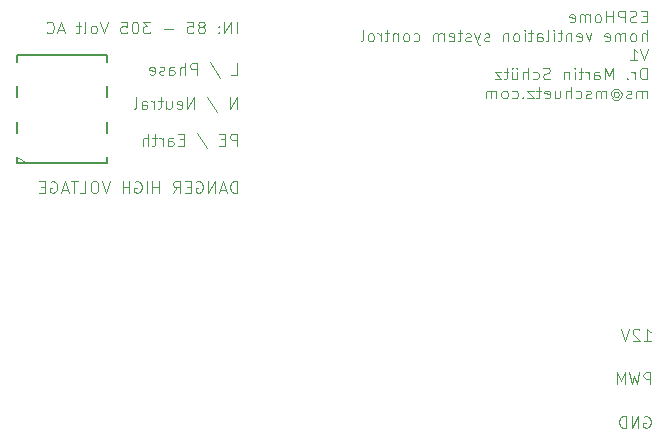
<source format=gbr>
%TF.GenerationSoftware,KiCad,Pcbnew,8.0.6*%
%TF.CreationDate,2025-02-11T20:42:12+01:00*%
%TF.ProjectId,KWLcontrol,4b574c63-6f6e-4747-926f-6c2e6b696361,rev?*%
%TF.SameCoordinates,Original*%
%TF.FileFunction,Legend,Bot*%
%TF.FilePolarity,Positive*%
%FSLAX46Y46*%
G04 Gerber Fmt 4.6, Leading zero omitted, Abs format (unit mm)*
G04 Created by KiCad (PCBNEW 8.0.6) date 2025-02-11 20:42:12*
%MOMM*%
%LPD*%
G01*
G04 APERTURE LIST*
%ADD10C,0.100000*%
%ADD11C,0.152400*%
G04 APERTURE END LIST*
D10*
X131896115Y-124472419D02*
X131896115Y-123472419D01*
X131896115Y-123472419D02*
X131658020Y-123472419D01*
X131658020Y-123472419D02*
X131515163Y-123520038D01*
X131515163Y-123520038D02*
X131419925Y-123615276D01*
X131419925Y-123615276D02*
X131372306Y-123710514D01*
X131372306Y-123710514D02*
X131324687Y-123900990D01*
X131324687Y-123900990D02*
X131324687Y-124043847D01*
X131324687Y-124043847D02*
X131372306Y-124234323D01*
X131372306Y-124234323D02*
X131419925Y-124329561D01*
X131419925Y-124329561D02*
X131515163Y-124424800D01*
X131515163Y-124424800D02*
X131658020Y-124472419D01*
X131658020Y-124472419D02*
X131896115Y-124472419D01*
X130943734Y-124186704D02*
X130467544Y-124186704D01*
X131038972Y-124472419D02*
X130705639Y-123472419D01*
X130705639Y-123472419D02*
X130372306Y-124472419D01*
X130038972Y-124472419D02*
X130038972Y-123472419D01*
X130038972Y-123472419D02*
X129467544Y-124472419D01*
X129467544Y-124472419D02*
X129467544Y-123472419D01*
X128467544Y-123520038D02*
X128562782Y-123472419D01*
X128562782Y-123472419D02*
X128705639Y-123472419D01*
X128705639Y-123472419D02*
X128848496Y-123520038D01*
X128848496Y-123520038D02*
X128943734Y-123615276D01*
X128943734Y-123615276D02*
X128991353Y-123710514D01*
X128991353Y-123710514D02*
X129038972Y-123900990D01*
X129038972Y-123900990D02*
X129038972Y-124043847D01*
X129038972Y-124043847D02*
X128991353Y-124234323D01*
X128991353Y-124234323D02*
X128943734Y-124329561D01*
X128943734Y-124329561D02*
X128848496Y-124424800D01*
X128848496Y-124424800D02*
X128705639Y-124472419D01*
X128705639Y-124472419D02*
X128610401Y-124472419D01*
X128610401Y-124472419D02*
X128467544Y-124424800D01*
X128467544Y-124424800D02*
X128419925Y-124377180D01*
X128419925Y-124377180D02*
X128419925Y-124043847D01*
X128419925Y-124043847D02*
X128610401Y-124043847D01*
X127991353Y-123948609D02*
X127658020Y-123948609D01*
X127515163Y-124472419D02*
X127991353Y-124472419D01*
X127991353Y-124472419D02*
X127991353Y-123472419D01*
X127991353Y-123472419D02*
X127515163Y-123472419D01*
X126515163Y-124472419D02*
X126848496Y-123996228D01*
X127086591Y-124472419D02*
X127086591Y-123472419D01*
X127086591Y-123472419D02*
X126705639Y-123472419D01*
X126705639Y-123472419D02*
X126610401Y-123520038D01*
X126610401Y-123520038D02*
X126562782Y-123567657D01*
X126562782Y-123567657D02*
X126515163Y-123662895D01*
X126515163Y-123662895D02*
X126515163Y-123805752D01*
X126515163Y-123805752D02*
X126562782Y-123900990D01*
X126562782Y-123900990D02*
X126610401Y-123948609D01*
X126610401Y-123948609D02*
X126705639Y-123996228D01*
X126705639Y-123996228D02*
X127086591Y-123996228D01*
X125324686Y-124472419D02*
X125324686Y-123472419D01*
X125324686Y-123948609D02*
X124753258Y-123948609D01*
X124753258Y-124472419D02*
X124753258Y-123472419D01*
X124277067Y-124472419D02*
X124277067Y-123472419D01*
X123277068Y-123520038D02*
X123372306Y-123472419D01*
X123372306Y-123472419D02*
X123515163Y-123472419D01*
X123515163Y-123472419D02*
X123658020Y-123520038D01*
X123658020Y-123520038D02*
X123753258Y-123615276D01*
X123753258Y-123615276D02*
X123800877Y-123710514D01*
X123800877Y-123710514D02*
X123848496Y-123900990D01*
X123848496Y-123900990D02*
X123848496Y-124043847D01*
X123848496Y-124043847D02*
X123800877Y-124234323D01*
X123800877Y-124234323D02*
X123753258Y-124329561D01*
X123753258Y-124329561D02*
X123658020Y-124424800D01*
X123658020Y-124424800D02*
X123515163Y-124472419D01*
X123515163Y-124472419D02*
X123419925Y-124472419D01*
X123419925Y-124472419D02*
X123277068Y-124424800D01*
X123277068Y-124424800D02*
X123229449Y-124377180D01*
X123229449Y-124377180D02*
X123229449Y-124043847D01*
X123229449Y-124043847D02*
X123419925Y-124043847D01*
X122800877Y-124472419D02*
X122800877Y-123472419D01*
X122800877Y-123948609D02*
X122229449Y-123948609D01*
X122229449Y-124472419D02*
X122229449Y-123472419D01*
X121134210Y-123472419D02*
X120800877Y-124472419D01*
X120800877Y-124472419D02*
X120467544Y-123472419D01*
X119943734Y-123472419D02*
X119753258Y-123472419D01*
X119753258Y-123472419D02*
X119658020Y-123520038D01*
X119658020Y-123520038D02*
X119562782Y-123615276D01*
X119562782Y-123615276D02*
X119515163Y-123805752D01*
X119515163Y-123805752D02*
X119515163Y-124139085D01*
X119515163Y-124139085D02*
X119562782Y-124329561D01*
X119562782Y-124329561D02*
X119658020Y-124424800D01*
X119658020Y-124424800D02*
X119753258Y-124472419D01*
X119753258Y-124472419D02*
X119943734Y-124472419D01*
X119943734Y-124472419D02*
X120038972Y-124424800D01*
X120038972Y-124424800D02*
X120134210Y-124329561D01*
X120134210Y-124329561D02*
X120181829Y-124139085D01*
X120181829Y-124139085D02*
X120181829Y-123805752D01*
X120181829Y-123805752D02*
X120134210Y-123615276D01*
X120134210Y-123615276D02*
X120038972Y-123520038D01*
X120038972Y-123520038D02*
X119943734Y-123472419D01*
X118610401Y-124472419D02*
X119086591Y-124472419D01*
X119086591Y-124472419D02*
X119086591Y-123472419D01*
X118419924Y-123472419D02*
X117848496Y-123472419D01*
X118134210Y-124472419D02*
X118134210Y-123472419D01*
X117562781Y-124186704D02*
X117086591Y-124186704D01*
X117658019Y-124472419D02*
X117324686Y-123472419D01*
X117324686Y-123472419D02*
X116991353Y-124472419D01*
X116134210Y-123520038D02*
X116229448Y-123472419D01*
X116229448Y-123472419D02*
X116372305Y-123472419D01*
X116372305Y-123472419D02*
X116515162Y-123520038D01*
X116515162Y-123520038D02*
X116610400Y-123615276D01*
X116610400Y-123615276D02*
X116658019Y-123710514D01*
X116658019Y-123710514D02*
X116705638Y-123900990D01*
X116705638Y-123900990D02*
X116705638Y-124043847D01*
X116705638Y-124043847D02*
X116658019Y-124234323D01*
X116658019Y-124234323D02*
X116610400Y-124329561D01*
X116610400Y-124329561D02*
X116515162Y-124424800D01*
X116515162Y-124424800D02*
X116372305Y-124472419D01*
X116372305Y-124472419D02*
X116277067Y-124472419D01*
X116277067Y-124472419D02*
X116134210Y-124424800D01*
X116134210Y-124424800D02*
X116086591Y-124377180D01*
X116086591Y-124377180D02*
X116086591Y-124043847D01*
X116086591Y-124043847D02*
X116277067Y-124043847D01*
X115658019Y-123948609D02*
X115324686Y-123948609D01*
X115181829Y-124472419D02*
X115658019Y-124472419D01*
X115658019Y-124472419D02*
X115658019Y-123472419D01*
X115658019Y-123472419D02*
X115181829Y-123472419D01*
X166596115Y-109508833D02*
X166262782Y-109508833D01*
X166119925Y-110032643D02*
X166596115Y-110032643D01*
X166596115Y-110032643D02*
X166596115Y-109032643D01*
X166596115Y-109032643D02*
X166119925Y-109032643D01*
X165738972Y-109985024D02*
X165596115Y-110032643D01*
X165596115Y-110032643D02*
X165358020Y-110032643D01*
X165358020Y-110032643D02*
X165262782Y-109985024D01*
X165262782Y-109985024D02*
X165215163Y-109937404D01*
X165215163Y-109937404D02*
X165167544Y-109842166D01*
X165167544Y-109842166D02*
X165167544Y-109746928D01*
X165167544Y-109746928D02*
X165215163Y-109651690D01*
X165215163Y-109651690D02*
X165262782Y-109604071D01*
X165262782Y-109604071D02*
X165358020Y-109556452D01*
X165358020Y-109556452D02*
X165548496Y-109508833D01*
X165548496Y-109508833D02*
X165643734Y-109461214D01*
X165643734Y-109461214D02*
X165691353Y-109413595D01*
X165691353Y-109413595D02*
X165738972Y-109318357D01*
X165738972Y-109318357D02*
X165738972Y-109223119D01*
X165738972Y-109223119D02*
X165691353Y-109127881D01*
X165691353Y-109127881D02*
X165643734Y-109080262D01*
X165643734Y-109080262D02*
X165548496Y-109032643D01*
X165548496Y-109032643D02*
X165310401Y-109032643D01*
X165310401Y-109032643D02*
X165167544Y-109080262D01*
X164738972Y-110032643D02*
X164738972Y-109032643D01*
X164738972Y-109032643D02*
X164358020Y-109032643D01*
X164358020Y-109032643D02*
X164262782Y-109080262D01*
X164262782Y-109080262D02*
X164215163Y-109127881D01*
X164215163Y-109127881D02*
X164167544Y-109223119D01*
X164167544Y-109223119D02*
X164167544Y-109365976D01*
X164167544Y-109365976D02*
X164215163Y-109461214D01*
X164215163Y-109461214D02*
X164262782Y-109508833D01*
X164262782Y-109508833D02*
X164358020Y-109556452D01*
X164358020Y-109556452D02*
X164738972Y-109556452D01*
X163738972Y-110032643D02*
X163738972Y-109032643D01*
X163738972Y-109508833D02*
X163167544Y-109508833D01*
X163167544Y-110032643D02*
X163167544Y-109032643D01*
X162548496Y-110032643D02*
X162643734Y-109985024D01*
X162643734Y-109985024D02*
X162691353Y-109937404D01*
X162691353Y-109937404D02*
X162738972Y-109842166D01*
X162738972Y-109842166D02*
X162738972Y-109556452D01*
X162738972Y-109556452D02*
X162691353Y-109461214D01*
X162691353Y-109461214D02*
X162643734Y-109413595D01*
X162643734Y-109413595D02*
X162548496Y-109365976D01*
X162548496Y-109365976D02*
X162405639Y-109365976D01*
X162405639Y-109365976D02*
X162310401Y-109413595D01*
X162310401Y-109413595D02*
X162262782Y-109461214D01*
X162262782Y-109461214D02*
X162215163Y-109556452D01*
X162215163Y-109556452D02*
X162215163Y-109842166D01*
X162215163Y-109842166D02*
X162262782Y-109937404D01*
X162262782Y-109937404D02*
X162310401Y-109985024D01*
X162310401Y-109985024D02*
X162405639Y-110032643D01*
X162405639Y-110032643D02*
X162548496Y-110032643D01*
X161786591Y-110032643D02*
X161786591Y-109365976D01*
X161786591Y-109461214D02*
X161738972Y-109413595D01*
X161738972Y-109413595D02*
X161643734Y-109365976D01*
X161643734Y-109365976D02*
X161500877Y-109365976D01*
X161500877Y-109365976D02*
X161405639Y-109413595D01*
X161405639Y-109413595D02*
X161358020Y-109508833D01*
X161358020Y-109508833D02*
X161358020Y-110032643D01*
X161358020Y-109508833D02*
X161310401Y-109413595D01*
X161310401Y-109413595D02*
X161215163Y-109365976D01*
X161215163Y-109365976D02*
X161072306Y-109365976D01*
X161072306Y-109365976D02*
X160977067Y-109413595D01*
X160977067Y-109413595D02*
X160929448Y-109508833D01*
X160929448Y-109508833D02*
X160929448Y-110032643D01*
X160072306Y-109985024D02*
X160167544Y-110032643D01*
X160167544Y-110032643D02*
X160358020Y-110032643D01*
X160358020Y-110032643D02*
X160453258Y-109985024D01*
X160453258Y-109985024D02*
X160500877Y-109889785D01*
X160500877Y-109889785D02*
X160500877Y-109508833D01*
X160500877Y-109508833D02*
X160453258Y-109413595D01*
X160453258Y-109413595D02*
X160358020Y-109365976D01*
X160358020Y-109365976D02*
X160167544Y-109365976D01*
X160167544Y-109365976D02*
X160072306Y-109413595D01*
X160072306Y-109413595D02*
X160024687Y-109508833D01*
X160024687Y-109508833D02*
X160024687Y-109604071D01*
X160024687Y-109604071D02*
X160500877Y-109699309D01*
X166596115Y-111642587D02*
X166596115Y-110642587D01*
X166167544Y-111642587D02*
X166167544Y-111118777D01*
X166167544Y-111118777D02*
X166215163Y-111023539D01*
X166215163Y-111023539D02*
X166310401Y-110975920D01*
X166310401Y-110975920D02*
X166453258Y-110975920D01*
X166453258Y-110975920D02*
X166548496Y-111023539D01*
X166548496Y-111023539D02*
X166596115Y-111071158D01*
X165548496Y-111642587D02*
X165643734Y-111594968D01*
X165643734Y-111594968D02*
X165691353Y-111547348D01*
X165691353Y-111547348D02*
X165738972Y-111452110D01*
X165738972Y-111452110D02*
X165738972Y-111166396D01*
X165738972Y-111166396D02*
X165691353Y-111071158D01*
X165691353Y-111071158D02*
X165643734Y-111023539D01*
X165643734Y-111023539D02*
X165548496Y-110975920D01*
X165548496Y-110975920D02*
X165405639Y-110975920D01*
X165405639Y-110975920D02*
X165310401Y-111023539D01*
X165310401Y-111023539D02*
X165262782Y-111071158D01*
X165262782Y-111071158D02*
X165215163Y-111166396D01*
X165215163Y-111166396D02*
X165215163Y-111452110D01*
X165215163Y-111452110D02*
X165262782Y-111547348D01*
X165262782Y-111547348D02*
X165310401Y-111594968D01*
X165310401Y-111594968D02*
X165405639Y-111642587D01*
X165405639Y-111642587D02*
X165548496Y-111642587D01*
X164786591Y-111642587D02*
X164786591Y-110975920D01*
X164786591Y-111071158D02*
X164738972Y-111023539D01*
X164738972Y-111023539D02*
X164643734Y-110975920D01*
X164643734Y-110975920D02*
X164500877Y-110975920D01*
X164500877Y-110975920D02*
X164405639Y-111023539D01*
X164405639Y-111023539D02*
X164358020Y-111118777D01*
X164358020Y-111118777D02*
X164358020Y-111642587D01*
X164358020Y-111118777D02*
X164310401Y-111023539D01*
X164310401Y-111023539D02*
X164215163Y-110975920D01*
X164215163Y-110975920D02*
X164072306Y-110975920D01*
X164072306Y-110975920D02*
X163977067Y-111023539D01*
X163977067Y-111023539D02*
X163929448Y-111118777D01*
X163929448Y-111118777D02*
X163929448Y-111642587D01*
X163072306Y-111594968D02*
X163167544Y-111642587D01*
X163167544Y-111642587D02*
X163358020Y-111642587D01*
X163358020Y-111642587D02*
X163453258Y-111594968D01*
X163453258Y-111594968D02*
X163500877Y-111499729D01*
X163500877Y-111499729D02*
X163500877Y-111118777D01*
X163500877Y-111118777D02*
X163453258Y-111023539D01*
X163453258Y-111023539D02*
X163358020Y-110975920D01*
X163358020Y-110975920D02*
X163167544Y-110975920D01*
X163167544Y-110975920D02*
X163072306Y-111023539D01*
X163072306Y-111023539D02*
X163024687Y-111118777D01*
X163024687Y-111118777D02*
X163024687Y-111214015D01*
X163024687Y-111214015D02*
X163500877Y-111309253D01*
X161929448Y-110975920D02*
X161691353Y-111642587D01*
X161691353Y-111642587D02*
X161453258Y-110975920D01*
X160691353Y-111594968D02*
X160786591Y-111642587D01*
X160786591Y-111642587D02*
X160977067Y-111642587D01*
X160977067Y-111642587D02*
X161072305Y-111594968D01*
X161072305Y-111594968D02*
X161119924Y-111499729D01*
X161119924Y-111499729D02*
X161119924Y-111118777D01*
X161119924Y-111118777D02*
X161072305Y-111023539D01*
X161072305Y-111023539D02*
X160977067Y-110975920D01*
X160977067Y-110975920D02*
X160786591Y-110975920D01*
X160786591Y-110975920D02*
X160691353Y-111023539D01*
X160691353Y-111023539D02*
X160643734Y-111118777D01*
X160643734Y-111118777D02*
X160643734Y-111214015D01*
X160643734Y-111214015D02*
X161119924Y-111309253D01*
X160215162Y-110975920D02*
X160215162Y-111642587D01*
X160215162Y-111071158D02*
X160167543Y-111023539D01*
X160167543Y-111023539D02*
X160072305Y-110975920D01*
X160072305Y-110975920D02*
X159929448Y-110975920D01*
X159929448Y-110975920D02*
X159834210Y-111023539D01*
X159834210Y-111023539D02*
X159786591Y-111118777D01*
X159786591Y-111118777D02*
X159786591Y-111642587D01*
X159453257Y-110975920D02*
X159072305Y-110975920D01*
X159310400Y-110642587D02*
X159310400Y-111499729D01*
X159310400Y-111499729D02*
X159262781Y-111594968D01*
X159262781Y-111594968D02*
X159167543Y-111642587D01*
X159167543Y-111642587D02*
X159072305Y-111642587D01*
X158738971Y-111642587D02*
X158738971Y-110975920D01*
X158738971Y-110642587D02*
X158786590Y-110690206D01*
X158786590Y-110690206D02*
X158738971Y-110737825D01*
X158738971Y-110737825D02*
X158691352Y-110690206D01*
X158691352Y-110690206D02*
X158738971Y-110642587D01*
X158738971Y-110642587D02*
X158738971Y-110737825D01*
X158119924Y-111642587D02*
X158215162Y-111594968D01*
X158215162Y-111594968D02*
X158262781Y-111499729D01*
X158262781Y-111499729D02*
X158262781Y-110642587D01*
X157310400Y-111642587D02*
X157310400Y-111118777D01*
X157310400Y-111118777D02*
X157358019Y-111023539D01*
X157358019Y-111023539D02*
X157453257Y-110975920D01*
X157453257Y-110975920D02*
X157643733Y-110975920D01*
X157643733Y-110975920D02*
X157738971Y-111023539D01*
X157310400Y-111594968D02*
X157405638Y-111642587D01*
X157405638Y-111642587D02*
X157643733Y-111642587D01*
X157643733Y-111642587D02*
X157738971Y-111594968D01*
X157738971Y-111594968D02*
X157786590Y-111499729D01*
X157786590Y-111499729D02*
X157786590Y-111404491D01*
X157786590Y-111404491D02*
X157738971Y-111309253D01*
X157738971Y-111309253D02*
X157643733Y-111261634D01*
X157643733Y-111261634D02*
X157405638Y-111261634D01*
X157405638Y-111261634D02*
X157310400Y-111214015D01*
X156977066Y-110975920D02*
X156596114Y-110975920D01*
X156834209Y-110642587D02*
X156834209Y-111499729D01*
X156834209Y-111499729D02*
X156786590Y-111594968D01*
X156786590Y-111594968D02*
X156691352Y-111642587D01*
X156691352Y-111642587D02*
X156596114Y-111642587D01*
X156262780Y-111642587D02*
X156262780Y-110975920D01*
X156262780Y-110642587D02*
X156310399Y-110690206D01*
X156310399Y-110690206D02*
X156262780Y-110737825D01*
X156262780Y-110737825D02*
X156215161Y-110690206D01*
X156215161Y-110690206D02*
X156262780Y-110642587D01*
X156262780Y-110642587D02*
X156262780Y-110737825D01*
X155643733Y-111642587D02*
X155738971Y-111594968D01*
X155738971Y-111594968D02*
X155786590Y-111547348D01*
X155786590Y-111547348D02*
X155834209Y-111452110D01*
X155834209Y-111452110D02*
X155834209Y-111166396D01*
X155834209Y-111166396D02*
X155786590Y-111071158D01*
X155786590Y-111071158D02*
X155738971Y-111023539D01*
X155738971Y-111023539D02*
X155643733Y-110975920D01*
X155643733Y-110975920D02*
X155500876Y-110975920D01*
X155500876Y-110975920D02*
X155405638Y-111023539D01*
X155405638Y-111023539D02*
X155358019Y-111071158D01*
X155358019Y-111071158D02*
X155310400Y-111166396D01*
X155310400Y-111166396D02*
X155310400Y-111452110D01*
X155310400Y-111452110D02*
X155358019Y-111547348D01*
X155358019Y-111547348D02*
X155405638Y-111594968D01*
X155405638Y-111594968D02*
X155500876Y-111642587D01*
X155500876Y-111642587D02*
X155643733Y-111642587D01*
X154881828Y-110975920D02*
X154881828Y-111642587D01*
X154881828Y-111071158D02*
X154834209Y-111023539D01*
X154834209Y-111023539D02*
X154738971Y-110975920D01*
X154738971Y-110975920D02*
X154596114Y-110975920D01*
X154596114Y-110975920D02*
X154500876Y-111023539D01*
X154500876Y-111023539D02*
X154453257Y-111118777D01*
X154453257Y-111118777D02*
X154453257Y-111642587D01*
X153262780Y-111594968D02*
X153167542Y-111642587D01*
X153167542Y-111642587D02*
X152977066Y-111642587D01*
X152977066Y-111642587D02*
X152881828Y-111594968D01*
X152881828Y-111594968D02*
X152834209Y-111499729D01*
X152834209Y-111499729D02*
X152834209Y-111452110D01*
X152834209Y-111452110D02*
X152881828Y-111356872D01*
X152881828Y-111356872D02*
X152977066Y-111309253D01*
X152977066Y-111309253D02*
X153119923Y-111309253D01*
X153119923Y-111309253D02*
X153215161Y-111261634D01*
X153215161Y-111261634D02*
X153262780Y-111166396D01*
X153262780Y-111166396D02*
X153262780Y-111118777D01*
X153262780Y-111118777D02*
X153215161Y-111023539D01*
X153215161Y-111023539D02*
X153119923Y-110975920D01*
X153119923Y-110975920D02*
X152977066Y-110975920D01*
X152977066Y-110975920D02*
X152881828Y-111023539D01*
X152500875Y-110975920D02*
X152262780Y-111642587D01*
X152024685Y-110975920D02*
X152262780Y-111642587D01*
X152262780Y-111642587D02*
X152358018Y-111880682D01*
X152358018Y-111880682D02*
X152405637Y-111928301D01*
X152405637Y-111928301D02*
X152500875Y-111975920D01*
X151691351Y-111594968D02*
X151596113Y-111642587D01*
X151596113Y-111642587D02*
X151405637Y-111642587D01*
X151405637Y-111642587D02*
X151310399Y-111594968D01*
X151310399Y-111594968D02*
X151262780Y-111499729D01*
X151262780Y-111499729D02*
X151262780Y-111452110D01*
X151262780Y-111452110D02*
X151310399Y-111356872D01*
X151310399Y-111356872D02*
X151405637Y-111309253D01*
X151405637Y-111309253D02*
X151548494Y-111309253D01*
X151548494Y-111309253D02*
X151643732Y-111261634D01*
X151643732Y-111261634D02*
X151691351Y-111166396D01*
X151691351Y-111166396D02*
X151691351Y-111118777D01*
X151691351Y-111118777D02*
X151643732Y-111023539D01*
X151643732Y-111023539D02*
X151548494Y-110975920D01*
X151548494Y-110975920D02*
X151405637Y-110975920D01*
X151405637Y-110975920D02*
X151310399Y-111023539D01*
X150977065Y-110975920D02*
X150596113Y-110975920D01*
X150834208Y-110642587D02*
X150834208Y-111499729D01*
X150834208Y-111499729D02*
X150786589Y-111594968D01*
X150786589Y-111594968D02*
X150691351Y-111642587D01*
X150691351Y-111642587D02*
X150596113Y-111642587D01*
X149881827Y-111594968D02*
X149977065Y-111642587D01*
X149977065Y-111642587D02*
X150167541Y-111642587D01*
X150167541Y-111642587D02*
X150262779Y-111594968D01*
X150262779Y-111594968D02*
X150310398Y-111499729D01*
X150310398Y-111499729D02*
X150310398Y-111118777D01*
X150310398Y-111118777D02*
X150262779Y-111023539D01*
X150262779Y-111023539D02*
X150167541Y-110975920D01*
X150167541Y-110975920D02*
X149977065Y-110975920D01*
X149977065Y-110975920D02*
X149881827Y-111023539D01*
X149881827Y-111023539D02*
X149834208Y-111118777D01*
X149834208Y-111118777D02*
X149834208Y-111214015D01*
X149834208Y-111214015D02*
X150310398Y-111309253D01*
X149405636Y-111642587D02*
X149405636Y-110975920D01*
X149405636Y-111071158D02*
X149358017Y-111023539D01*
X149358017Y-111023539D02*
X149262779Y-110975920D01*
X149262779Y-110975920D02*
X149119922Y-110975920D01*
X149119922Y-110975920D02*
X149024684Y-111023539D01*
X149024684Y-111023539D02*
X148977065Y-111118777D01*
X148977065Y-111118777D02*
X148977065Y-111642587D01*
X148977065Y-111118777D02*
X148929446Y-111023539D01*
X148929446Y-111023539D02*
X148834208Y-110975920D01*
X148834208Y-110975920D02*
X148691351Y-110975920D01*
X148691351Y-110975920D02*
X148596112Y-111023539D01*
X148596112Y-111023539D02*
X148548493Y-111118777D01*
X148548493Y-111118777D02*
X148548493Y-111642587D01*
X146881827Y-111594968D02*
X146977065Y-111642587D01*
X146977065Y-111642587D02*
X147167541Y-111642587D01*
X147167541Y-111642587D02*
X147262779Y-111594968D01*
X147262779Y-111594968D02*
X147310398Y-111547348D01*
X147310398Y-111547348D02*
X147358017Y-111452110D01*
X147358017Y-111452110D02*
X147358017Y-111166396D01*
X147358017Y-111166396D02*
X147310398Y-111071158D01*
X147310398Y-111071158D02*
X147262779Y-111023539D01*
X147262779Y-111023539D02*
X147167541Y-110975920D01*
X147167541Y-110975920D02*
X146977065Y-110975920D01*
X146977065Y-110975920D02*
X146881827Y-111023539D01*
X146310398Y-111642587D02*
X146405636Y-111594968D01*
X146405636Y-111594968D02*
X146453255Y-111547348D01*
X146453255Y-111547348D02*
X146500874Y-111452110D01*
X146500874Y-111452110D02*
X146500874Y-111166396D01*
X146500874Y-111166396D02*
X146453255Y-111071158D01*
X146453255Y-111071158D02*
X146405636Y-111023539D01*
X146405636Y-111023539D02*
X146310398Y-110975920D01*
X146310398Y-110975920D02*
X146167541Y-110975920D01*
X146167541Y-110975920D02*
X146072303Y-111023539D01*
X146072303Y-111023539D02*
X146024684Y-111071158D01*
X146024684Y-111071158D02*
X145977065Y-111166396D01*
X145977065Y-111166396D02*
X145977065Y-111452110D01*
X145977065Y-111452110D02*
X146024684Y-111547348D01*
X146024684Y-111547348D02*
X146072303Y-111594968D01*
X146072303Y-111594968D02*
X146167541Y-111642587D01*
X146167541Y-111642587D02*
X146310398Y-111642587D01*
X145548493Y-110975920D02*
X145548493Y-111642587D01*
X145548493Y-111071158D02*
X145500874Y-111023539D01*
X145500874Y-111023539D02*
X145405636Y-110975920D01*
X145405636Y-110975920D02*
X145262779Y-110975920D01*
X145262779Y-110975920D02*
X145167541Y-111023539D01*
X145167541Y-111023539D02*
X145119922Y-111118777D01*
X145119922Y-111118777D02*
X145119922Y-111642587D01*
X144786588Y-110975920D02*
X144405636Y-110975920D01*
X144643731Y-110642587D02*
X144643731Y-111499729D01*
X144643731Y-111499729D02*
X144596112Y-111594968D01*
X144596112Y-111594968D02*
X144500874Y-111642587D01*
X144500874Y-111642587D02*
X144405636Y-111642587D01*
X144072302Y-111642587D02*
X144072302Y-110975920D01*
X144072302Y-111166396D02*
X144024683Y-111071158D01*
X144024683Y-111071158D02*
X143977064Y-111023539D01*
X143977064Y-111023539D02*
X143881826Y-110975920D01*
X143881826Y-110975920D02*
X143786588Y-110975920D01*
X143310397Y-111642587D02*
X143405635Y-111594968D01*
X143405635Y-111594968D02*
X143453254Y-111547348D01*
X143453254Y-111547348D02*
X143500873Y-111452110D01*
X143500873Y-111452110D02*
X143500873Y-111166396D01*
X143500873Y-111166396D02*
X143453254Y-111071158D01*
X143453254Y-111071158D02*
X143405635Y-111023539D01*
X143405635Y-111023539D02*
X143310397Y-110975920D01*
X143310397Y-110975920D02*
X143167540Y-110975920D01*
X143167540Y-110975920D02*
X143072302Y-111023539D01*
X143072302Y-111023539D02*
X143024683Y-111071158D01*
X143024683Y-111071158D02*
X142977064Y-111166396D01*
X142977064Y-111166396D02*
X142977064Y-111452110D01*
X142977064Y-111452110D02*
X143024683Y-111547348D01*
X143024683Y-111547348D02*
X143072302Y-111594968D01*
X143072302Y-111594968D02*
X143167540Y-111642587D01*
X143167540Y-111642587D02*
X143310397Y-111642587D01*
X142405635Y-111642587D02*
X142500873Y-111594968D01*
X142500873Y-111594968D02*
X142548492Y-111499729D01*
X142548492Y-111499729D02*
X142548492Y-110642587D01*
X166738972Y-112252531D02*
X166405639Y-113252531D01*
X166405639Y-113252531D02*
X166072306Y-112252531D01*
X165215163Y-113252531D02*
X165786591Y-113252531D01*
X165500877Y-113252531D02*
X165500877Y-112252531D01*
X165500877Y-112252531D02*
X165596115Y-112395388D01*
X165596115Y-112395388D02*
X165691353Y-112490626D01*
X165691353Y-112490626D02*
X165786591Y-112538245D01*
X166596115Y-114862475D02*
X166596115Y-113862475D01*
X166596115Y-113862475D02*
X166358020Y-113862475D01*
X166358020Y-113862475D02*
X166215163Y-113910094D01*
X166215163Y-113910094D02*
X166119925Y-114005332D01*
X166119925Y-114005332D02*
X166072306Y-114100570D01*
X166072306Y-114100570D02*
X166024687Y-114291046D01*
X166024687Y-114291046D02*
X166024687Y-114433903D01*
X166024687Y-114433903D02*
X166072306Y-114624379D01*
X166072306Y-114624379D02*
X166119925Y-114719617D01*
X166119925Y-114719617D02*
X166215163Y-114814856D01*
X166215163Y-114814856D02*
X166358020Y-114862475D01*
X166358020Y-114862475D02*
X166596115Y-114862475D01*
X165596115Y-114862475D02*
X165596115Y-114195808D01*
X165596115Y-114386284D02*
X165548496Y-114291046D01*
X165548496Y-114291046D02*
X165500877Y-114243427D01*
X165500877Y-114243427D02*
X165405639Y-114195808D01*
X165405639Y-114195808D02*
X165310401Y-114195808D01*
X164977067Y-114767236D02*
X164929448Y-114814856D01*
X164929448Y-114814856D02*
X164977067Y-114862475D01*
X164977067Y-114862475D02*
X165024686Y-114814856D01*
X165024686Y-114814856D02*
X164977067Y-114767236D01*
X164977067Y-114767236D02*
X164977067Y-114862475D01*
X163738972Y-114862475D02*
X163738972Y-113862475D01*
X163738972Y-113862475D02*
X163405639Y-114576760D01*
X163405639Y-114576760D02*
X163072306Y-113862475D01*
X163072306Y-113862475D02*
X163072306Y-114862475D01*
X162167544Y-114862475D02*
X162167544Y-114338665D01*
X162167544Y-114338665D02*
X162215163Y-114243427D01*
X162215163Y-114243427D02*
X162310401Y-114195808D01*
X162310401Y-114195808D02*
X162500877Y-114195808D01*
X162500877Y-114195808D02*
X162596115Y-114243427D01*
X162167544Y-114814856D02*
X162262782Y-114862475D01*
X162262782Y-114862475D02*
X162500877Y-114862475D01*
X162500877Y-114862475D02*
X162596115Y-114814856D01*
X162596115Y-114814856D02*
X162643734Y-114719617D01*
X162643734Y-114719617D02*
X162643734Y-114624379D01*
X162643734Y-114624379D02*
X162596115Y-114529141D01*
X162596115Y-114529141D02*
X162500877Y-114481522D01*
X162500877Y-114481522D02*
X162262782Y-114481522D01*
X162262782Y-114481522D02*
X162167544Y-114433903D01*
X161691353Y-114862475D02*
X161691353Y-114195808D01*
X161691353Y-114386284D02*
X161643734Y-114291046D01*
X161643734Y-114291046D02*
X161596115Y-114243427D01*
X161596115Y-114243427D02*
X161500877Y-114195808D01*
X161500877Y-114195808D02*
X161405639Y-114195808D01*
X161215162Y-114195808D02*
X160834210Y-114195808D01*
X161072305Y-113862475D02*
X161072305Y-114719617D01*
X161072305Y-114719617D02*
X161024686Y-114814856D01*
X161024686Y-114814856D02*
X160929448Y-114862475D01*
X160929448Y-114862475D02*
X160834210Y-114862475D01*
X160500876Y-114862475D02*
X160500876Y-114195808D01*
X160500876Y-113862475D02*
X160548495Y-113910094D01*
X160548495Y-113910094D02*
X160500876Y-113957713D01*
X160500876Y-113957713D02*
X160453257Y-113910094D01*
X160453257Y-113910094D02*
X160500876Y-113862475D01*
X160500876Y-113862475D02*
X160500876Y-113957713D01*
X160024686Y-114195808D02*
X160024686Y-114862475D01*
X160024686Y-114291046D02*
X159977067Y-114243427D01*
X159977067Y-114243427D02*
X159881829Y-114195808D01*
X159881829Y-114195808D02*
X159738972Y-114195808D01*
X159738972Y-114195808D02*
X159643734Y-114243427D01*
X159643734Y-114243427D02*
X159596115Y-114338665D01*
X159596115Y-114338665D02*
X159596115Y-114862475D01*
X158405638Y-114814856D02*
X158262781Y-114862475D01*
X158262781Y-114862475D02*
X158024686Y-114862475D01*
X158024686Y-114862475D02*
X157929448Y-114814856D01*
X157929448Y-114814856D02*
X157881829Y-114767236D01*
X157881829Y-114767236D02*
X157834210Y-114671998D01*
X157834210Y-114671998D02*
X157834210Y-114576760D01*
X157834210Y-114576760D02*
X157881829Y-114481522D01*
X157881829Y-114481522D02*
X157929448Y-114433903D01*
X157929448Y-114433903D02*
X158024686Y-114386284D01*
X158024686Y-114386284D02*
X158215162Y-114338665D01*
X158215162Y-114338665D02*
X158310400Y-114291046D01*
X158310400Y-114291046D02*
X158358019Y-114243427D01*
X158358019Y-114243427D02*
X158405638Y-114148189D01*
X158405638Y-114148189D02*
X158405638Y-114052951D01*
X158405638Y-114052951D02*
X158358019Y-113957713D01*
X158358019Y-113957713D02*
X158310400Y-113910094D01*
X158310400Y-113910094D02*
X158215162Y-113862475D01*
X158215162Y-113862475D02*
X157977067Y-113862475D01*
X157977067Y-113862475D02*
X157834210Y-113910094D01*
X156977067Y-114814856D02*
X157072305Y-114862475D01*
X157072305Y-114862475D02*
X157262781Y-114862475D01*
X157262781Y-114862475D02*
X157358019Y-114814856D01*
X157358019Y-114814856D02*
X157405638Y-114767236D01*
X157405638Y-114767236D02*
X157453257Y-114671998D01*
X157453257Y-114671998D02*
X157453257Y-114386284D01*
X157453257Y-114386284D02*
X157405638Y-114291046D01*
X157405638Y-114291046D02*
X157358019Y-114243427D01*
X157358019Y-114243427D02*
X157262781Y-114195808D01*
X157262781Y-114195808D02*
X157072305Y-114195808D01*
X157072305Y-114195808D02*
X156977067Y-114243427D01*
X156548495Y-114862475D02*
X156548495Y-113862475D01*
X156119924Y-114862475D02*
X156119924Y-114338665D01*
X156119924Y-114338665D02*
X156167543Y-114243427D01*
X156167543Y-114243427D02*
X156262781Y-114195808D01*
X156262781Y-114195808D02*
X156405638Y-114195808D01*
X156405638Y-114195808D02*
X156500876Y-114243427D01*
X156500876Y-114243427D02*
X156548495Y-114291046D01*
X155215162Y-114195808D02*
X155215162Y-114862475D01*
X155643733Y-114195808D02*
X155643733Y-114719617D01*
X155643733Y-114719617D02*
X155596114Y-114814856D01*
X155596114Y-114814856D02*
X155500876Y-114862475D01*
X155500876Y-114862475D02*
X155358019Y-114862475D01*
X155358019Y-114862475D02*
X155262781Y-114814856D01*
X155262781Y-114814856D02*
X155215162Y-114767236D01*
X155596114Y-113862475D02*
X155548495Y-113910094D01*
X155548495Y-113910094D02*
X155596114Y-113957713D01*
X155596114Y-113957713D02*
X155643733Y-113910094D01*
X155643733Y-113910094D02*
X155596114Y-113862475D01*
X155596114Y-113862475D02*
X155596114Y-113957713D01*
X155215162Y-113862475D02*
X155167543Y-113910094D01*
X155167543Y-113910094D02*
X155215162Y-113957713D01*
X155215162Y-113957713D02*
X155262781Y-113910094D01*
X155262781Y-113910094D02*
X155215162Y-113862475D01*
X155215162Y-113862475D02*
X155215162Y-113957713D01*
X154881828Y-114195808D02*
X154500876Y-114195808D01*
X154738971Y-113862475D02*
X154738971Y-114719617D01*
X154738971Y-114719617D02*
X154691352Y-114814856D01*
X154691352Y-114814856D02*
X154596114Y-114862475D01*
X154596114Y-114862475D02*
X154500876Y-114862475D01*
X154262780Y-114195808D02*
X153738971Y-114195808D01*
X153738971Y-114195808D02*
X154262780Y-114862475D01*
X154262780Y-114862475D02*
X153738971Y-114862475D01*
X166596115Y-116472419D02*
X166596115Y-115805752D01*
X166596115Y-115900990D02*
X166548496Y-115853371D01*
X166548496Y-115853371D02*
X166453258Y-115805752D01*
X166453258Y-115805752D02*
X166310401Y-115805752D01*
X166310401Y-115805752D02*
X166215163Y-115853371D01*
X166215163Y-115853371D02*
X166167544Y-115948609D01*
X166167544Y-115948609D02*
X166167544Y-116472419D01*
X166167544Y-115948609D02*
X166119925Y-115853371D01*
X166119925Y-115853371D02*
X166024687Y-115805752D01*
X166024687Y-115805752D02*
X165881830Y-115805752D01*
X165881830Y-115805752D02*
X165786591Y-115853371D01*
X165786591Y-115853371D02*
X165738972Y-115948609D01*
X165738972Y-115948609D02*
X165738972Y-116472419D01*
X165310401Y-116424800D02*
X165215163Y-116472419D01*
X165215163Y-116472419D02*
X165024687Y-116472419D01*
X165024687Y-116472419D02*
X164929449Y-116424800D01*
X164929449Y-116424800D02*
X164881830Y-116329561D01*
X164881830Y-116329561D02*
X164881830Y-116281942D01*
X164881830Y-116281942D02*
X164929449Y-116186704D01*
X164929449Y-116186704D02*
X165024687Y-116139085D01*
X165024687Y-116139085D02*
X165167544Y-116139085D01*
X165167544Y-116139085D02*
X165262782Y-116091466D01*
X165262782Y-116091466D02*
X165310401Y-115996228D01*
X165310401Y-115996228D02*
X165310401Y-115948609D01*
X165310401Y-115948609D02*
X165262782Y-115853371D01*
X165262782Y-115853371D02*
X165167544Y-115805752D01*
X165167544Y-115805752D02*
X165024687Y-115805752D01*
X165024687Y-115805752D02*
X164929449Y-115853371D01*
X163834211Y-115996228D02*
X163881830Y-115948609D01*
X163881830Y-115948609D02*
X163977068Y-115900990D01*
X163977068Y-115900990D02*
X164072306Y-115900990D01*
X164072306Y-115900990D02*
X164167544Y-115948609D01*
X164167544Y-115948609D02*
X164215163Y-115996228D01*
X164215163Y-115996228D02*
X164262782Y-116091466D01*
X164262782Y-116091466D02*
X164262782Y-116186704D01*
X164262782Y-116186704D02*
X164215163Y-116281942D01*
X164215163Y-116281942D02*
X164167544Y-116329561D01*
X164167544Y-116329561D02*
X164072306Y-116377180D01*
X164072306Y-116377180D02*
X163977068Y-116377180D01*
X163977068Y-116377180D02*
X163881830Y-116329561D01*
X163881830Y-116329561D02*
X163834211Y-116281942D01*
X163834211Y-115900990D02*
X163834211Y-116281942D01*
X163834211Y-116281942D02*
X163786592Y-116329561D01*
X163786592Y-116329561D02*
X163738973Y-116329561D01*
X163738973Y-116329561D02*
X163643734Y-116281942D01*
X163643734Y-116281942D02*
X163596115Y-116186704D01*
X163596115Y-116186704D02*
X163596115Y-115948609D01*
X163596115Y-115948609D02*
X163691354Y-115805752D01*
X163691354Y-115805752D02*
X163834211Y-115710514D01*
X163834211Y-115710514D02*
X164024687Y-115662895D01*
X164024687Y-115662895D02*
X164215163Y-115710514D01*
X164215163Y-115710514D02*
X164358020Y-115805752D01*
X164358020Y-115805752D02*
X164453258Y-115948609D01*
X164453258Y-115948609D02*
X164500877Y-116139085D01*
X164500877Y-116139085D02*
X164453258Y-116329561D01*
X164453258Y-116329561D02*
X164358020Y-116472419D01*
X164358020Y-116472419D02*
X164215163Y-116567657D01*
X164215163Y-116567657D02*
X164024687Y-116615276D01*
X164024687Y-116615276D02*
X163834211Y-116567657D01*
X163834211Y-116567657D02*
X163691354Y-116472419D01*
X163167544Y-116472419D02*
X163167544Y-115805752D01*
X163167544Y-115900990D02*
X163119925Y-115853371D01*
X163119925Y-115853371D02*
X163024687Y-115805752D01*
X163024687Y-115805752D02*
X162881830Y-115805752D01*
X162881830Y-115805752D02*
X162786592Y-115853371D01*
X162786592Y-115853371D02*
X162738973Y-115948609D01*
X162738973Y-115948609D02*
X162738973Y-116472419D01*
X162738973Y-115948609D02*
X162691354Y-115853371D01*
X162691354Y-115853371D02*
X162596116Y-115805752D01*
X162596116Y-115805752D02*
X162453259Y-115805752D01*
X162453259Y-115805752D02*
X162358020Y-115853371D01*
X162358020Y-115853371D02*
X162310401Y-115948609D01*
X162310401Y-115948609D02*
X162310401Y-116472419D01*
X161881830Y-116424800D02*
X161786592Y-116472419D01*
X161786592Y-116472419D02*
X161596116Y-116472419D01*
X161596116Y-116472419D02*
X161500878Y-116424800D01*
X161500878Y-116424800D02*
X161453259Y-116329561D01*
X161453259Y-116329561D02*
X161453259Y-116281942D01*
X161453259Y-116281942D02*
X161500878Y-116186704D01*
X161500878Y-116186704D02*
X161596116Y-116139085D01*
X161596116Y-116139085D02*
X161738973Y-116139085D01*
X161738973Y-116139085D02*
X161834211Y-116091466D01*
X161834211Y-116091466D02*
X161881830Y-115996228D01*
X161881830Y-115996228D02*
X161881830Y-115948609D01*
X161881830Y-115948609D02*
X161834211Y-115853371D01*
X161834211Y-115853371D02*
X161738973Y-115805752D01*
X161738973Y-115805752D02*
X161596116Y-115805752D01*
X161596116Y-115805752D02*
X161500878Y-115853371D01*
X160596116Y-116424800D02*
X160691354Y-116472419D01*
X160691354Y-116472419D02*
X160881830Y-116472419D01*
X160881830Y-116472419D02*
X160977068Y-116424800D01*
X160977068Y-116424800D02*
X161024687Y-116377180D01*
X161024687Y-116377180D02*
X161072306Y-116281942D01*
X161072306Y-116281942D02*
X161072306Y-115996228D01*
X161072306Y-115996228D02*
X161024687Y-115900990D01*
X161024687Y-115900990D02*
X160977068Y-115853371D01*
X160977068Y-115853371D02*
X160881830Y-115805752D01*
X160881830Y-115805752D02*
X160691354Y-115805752D01*
X160691354Y-115805752D02*
X160596116Y-115853371D01*
X160167544Y-116472419D02*
X160167544Y-115472419D01*
X159738973Y-116472419D02*
X159738973Y-115948609D01*
X159738973Y-115948609D02*
X159786592Y-115853371D01*
X159786592Y-115853371D02*
X159881830Y-115805752D01*
X159881830Y-115805752D02*
X160024687Y-115805752D01*
X160024687Y-115805752D02*
X160119925Y-115853371D01*
X160119925Y-115853371D02*
X160167544Y-115900990D01*
X158834211Y-115805752D02*
X158834211Y-116472419D01*
X159262782Y-115805752D02*
X159262782Y-116329561D01*
X159262782Y-116329561D02*
X159215163Y-116424800D01*
X159215163Y-116424800D02*
X159119925Y-116472419D01*
X159119925Y-116472419D02*
X158977068Y-116472419D01*
X158977068Y-116472419D02*
X158881830Y-116424800D01*
X158881830Y-116424800D02*
X158834211Y-116377180D01*
X157977068Y-116424800D02*
X158072306Y-116472419D01*
X158072306Y-116472419D02*
X158262782Y-116472419D01*
X158262782Y-116472419D02*
X158358020Y-116424800D01*
X158358020Y-116424800D02*
X158405639Y-116329561D01*
X158405639Y-116329561D02*
X158405639Y-115948609D01*
X158405639Y-115948609D02*
X158358020Y-115853371D01*
X158358020Y-115853371D02*
X158262782Y-115805752D01*
X158262782Y-115805752D02*
X158072306Y-115805752D01*
X158072306Y-115805752D02*
X157977068Y-115853371D01*
X157977068Y-115853371D02*
X157929449Y-115948609D01*
X157929449Y-115948609D02*
X157929449Y-116043847D01*
X157929449Y-116043847D02*
X158405639Y-116139085D01*
X157643734Y-115805752D02*
X157262782Y-115805752D01*
X157500877Y-115472419D02*
X157500877Y-116329561D01*
X157500877Y-116329561D02*
X157453258Y-116424800D01*
X157453258Y-116424800D02*
X157358020Y-116472419D01*
X157358020Y-116472419D02*
X157262782Y-116472419D01*
X157024686Y-115805752D02*
X156500877Y-115805752D01*
X156500877Y-115805752D02*
X157024686Y-116472419D01*
X157024686Y-116472419D02*
X156500877Y-116472419D01*
X156119924Y-116377180D02*
X156072305Y-116424800D01*
X156072305Y-116424800D02*
X156119924Y-116472419D01*
X156119924Y-116472419D02*
X156167543Y-116424800D01*
X156167543Y-116424800D02*
X156119924Y-116377180D01*
X156119924Y-116377180D02*
X156119924Y-116472419D01*
X155215163Y-116424800D02*
X155310401Y-116472419D01*
X155310401Y-116472419D02*
X155500877Y-116472419D01*
X155500877Y-116472419D02*
X155596115Y-116424800D01*
X155596115Y-116424800D02*
X155643734Y-116377180D01*
X155643734Y-116377180D02*
X155691353Y-116281942D01*
X155691353Y-116281942D02*
X155691353Y-115996228D01*
X155691353Y-115996228D02*
X155643734Y-115900990D01*
X155643734Y-115900990D02*
X155596115Y-115853371D01*
X155596115Y-115853371D02*
X155500877Y-115805752D01*
X155500877Y-115805752D02*
X155310401Y-115805752D01*
X155310401Y-115805752D02*
X155215163Y-115853371D01*
X154643734Y-116472419D02*
X154738972Y-116424800D01*
X154738972Y-116424800D02*
X154786591Y-116377180D01*
X154786591Y-116377180D02*
X154834210Y-116281942D01*
X154834210Y-116281942D02*
X154834210Y-115996228D01*
X154834210Y-115996228D02*
X154786591Y-115900990D01*
X154786591Y-115900990D02*
X154738972Y-115853371D01*
X154738972Y-115853371D02*
X154643734Y-115805752D01*
X154643734Y-115805752D02*
X154500877Y-115805752D01*
X154500877Y-115805752D02*
X154405639Y-115853371D01*
X154405639Y-115853371D02*
X154358020Y-115900990D01*
X154358020Y-115900990D02*
X154310401Y-115996228D01*
X154310401Y-115996228D02*
X154310401Y-116281942D01*
X154310401Y-116281942D02*
X154358020Y-116377180D01*
X154358020Y-116377180D02*
X154405639Y-116424800D01*
X154405639Y-116424800D02*
X154500877Y-116472419D01*
X154500877Y-116472419D02*
X154643734Y-116472419D01*
X153881829Y-116472419D02*
X153881829Y-115805752D01*
X153881829Y-115900990D02*
X153834210Y-115853371D01*
X153834210Y-115853371D02*
X153738972Y-115805752D01*
X153738972Y-115805752D02*
X153596115Y-115805752D01*
X153596115Y-115805752D02*
X153500877Y-115853371D01*
X153500877Y-115853371D02*
X153453258Y-115948609D01*
X153453258Y-115948609D02*
X153453258Y-116472419D01*
X153453258Y-115948609D02*
X153405639Y-115853371D01*
X153405639Y-115853371D02*
X153310401Y-115805752D01*
X153310401Y-115805752D02*
X153167544Y-115805752D01*
X153167544Y-115805752D02*
X153072305Y-115853371D01*
X153072305Y-115853371D02*
X153024686Y-115948609D01*
X153024686Y-115948609D02*
X153024686Y-116472419D01*
X166896115Y-140672419D02*
X166896115Y-139672419D01*
X166896115Y-139672419D02*
X166515163Y-139672419D01*
X166515163Y-139672419D02*
X166419925Y-139720038D01*
X166419925Y-139720038D02*
X166372306Y-139767657D01*
X166372306Y-139767657D02*
X166324687Y-139862895D01*
X166324687Y-139862895D02*
X166324687Y-140005752D01*
X166324687Y-140005752D02*
X166372306Y-140100990D01*
X166372306Y-140100990D02*
X166419925Y-140148609D01*
X166419925Y-140148609D02*
X166515163Y-140196228D01*
X166515163Y-140196228D02*
X166896115Y-140196228D01*
X165991353Y-139672419D02*
X165753258Y-140672419D01*
X165753258Y-140672419D02*
X165562782Y-139958133D01*
X165562782Y-139958133D02*
X165372306Y-140672419D01*
X165372306Y-140672419D02*
X165134211Y-139672419D01*
X164753258Y-140672419D02*
X164753258Y-139672419D01*
X164753258Y-139672419D02*
X164419925Y-140386704D01*
X164419925Y-140386704D02*
X164086592Y-139672419D01*
X164086592Y-139672419D02*
X164086592Y-140672419D01*
X131419925Y-114472419D02*
X131896115Y-114472419D01*
X131896115Y-114472419D02*
X131896115Y-113472419D01*
X129610401Y-113424800D02*
X130467543Y-114710514D01*
X128515162Y-114472419D02*
X128515162Y-113472419D01*
X128515162Y-113472419D02*
X128134210Y-113472419D01*
X128134210Y-113472419D02*
X128038972Y-113520038D01*
X128038972Y-113520038D02*
X127991353Y-113567657D01*
X127991353Y-113567657D02*
X127943734Y-113662895D01*
X127943734Y-113662895D02*
X127943734Y-113805752D01*
X127943734Y-113805752D02*
X127991353Y-113900990D01*
X127991353Y-113900990D02*
X128038972Y-113948609D01*
X128038972Y-113948609D02*
X128134210Y-113996228D01*
X128134210Y-113996228D02*
X128515162Y-113996228D01*
X127515162Y-114472419D02*
X127515162Y-113472419D01*
X127086591Y-114472419D02*
X127086591Y-113948609D01*
X127086591Y-113948609D02*
X127134210Y-113853371D01*
X127134210Y-113853371D02*
X127229448Y-113805752D01*
X127229448Y-113805752D02*
X127372305Y-113805752D01*
X127372305Y-113805752D02*
X127467543Y-113853371D01*
X127467543Y-113853371D02*
X127515162Y-113900990D01*
X126181829Y-114472419D02*
X126181829Y-113948609D01*
X126181829Y-113948609D02*
X126229448Y-113853371D01*
X126229448Y-113853371D02*
X126324686Y-113805752D01*
X126324686Y-113805752D02*
X126515162Y-113805752D01*
X126515162Y-113805752D02*
X126610400Y-113853371D01*
X126181829Y-114424800D02*
X126277067Y-114472419D01*
X126277067Y-114472419D02*
X126515162Y-114472419D01*
X126515162Y-114472419D02*
X126610400Y-114424800D01*
X126610400Y-114424800D02*
X126658019Y-114329561D01*
X126658019Y-114329561D02*
X126658019Y-114234323D01*
X126658019Y-114234323D02*
X126610400Y-114139085D01*
X126610400Y-114139085D02*
X126515162Y-114091466D01*
X126515162Y-114091466D02*
X126277067Y-114091466D01*
X126277067Y-114091466D02*
X126181829Y-114043847D01*
X125753257Y-114424800D02*
X125658019Y-114472419D01*
X125658019Y-114472419D02*
X125467543Y-114472419D01*
X125467543Y-114472419D02*
X125372305Y-114424800D01*
X125372305Y-114424800D02*
X125324686Y-114329561D01*
X125324686Y-114329561D02*
X125324686Y-114281942D01*
X125324686Y-114281942D02*
X125372305Y-114186704D01*
X125372305Y-114186704D02*
X125467543Y-114139085D01*
X125467543Y-114139085D02*
X125610400Y-114139085D01*
X125610400Y-114139085D02*
X125705638Y-114091466D01*
X125705638Y-114091466D02*
X125753257Y-113996228D01*
X125753257Y-113996228D02*
X125753257Y-113948609D01*
X125753257Y-113948609D02*
X125705638Y-113853371D01*
X125705638Y-113853371D02*
X125610400Y-113805752D01*
X125610400Y-113805752D02*
X125467543Y-113805752D01*
X125467543Y-113805752D02*
X125372305Y-113853371D01*
X124515162Y-114424800D02*
X124610400Y-114472419D01*
X124610400Y-114472419D02*
X124800876Y-114472419D01*
X124800876Y-114472419D02*
X124896114Y-114424800D01*
X124896114Y-114424800D02*
X124943733Y-114329561D01*
X124943733Y-114329561D02*
X124943733Y-113948609D01*
X124943733Y-113948609D02*
X124896114Y-113853371D01*
X124896114Y-113853371D02*
X124800876Y-113805752D01*
X124800876Y-113805752D02*
X124610400Y-113805752D01*
X124610400Y-113805752D02*
X124515162Y-113853371D01*
X124515162Y-113853371D02*
X124467543Y-113948609D01*
X124467543Y-113948609D02*
X124467543Y-114043847D01*
X124467543Y-114043847D02*
X124943733Y-114139085D01*
X131896115Y-117372419D02*
X131896115Y-116372419D01*
X131896115Y-116372419D02*
X131324687Y-117372419D01*
X131324687Y-117372419D02*
X131324687Y-116372419D01*
X129372306Y-116324800D02*
X130229448Y-117610514D01*
X128277067Y-117372419D02*
X128277067Y-116372419D01*
X128277067Y-116372419D02*
X127705639Y-117372419D01*
X127705639Y-117372419D02*
X127705639Y-116372419D01*
X126848496Y-117324800D02*
X126943734Y-117372419D01*
X126943734Y-117372419D02*
X127134210Y-117372419D01*
X127134210Y-117372419D02*
X127229448Y-117324800D01*
X127229448Y-117324800D02*
X127277067Y-117229561D01*
X127277067Y-117229561D02*
X127277067Y-116848609D01*
X127277067Y-116848609D02*
X127229448Y-116753371D01*
X127229448Y-116753371D02*
X127134210Y-116705752D01*
X127134210Y-116705752D02*
X126943734Y-116705752D01*
X126943734Y-116705752D02*
X126848496Y-116753371D01*
X126848496Y-116753371D02*
X126800877Y-116848609D01*
X126800877Y-116848609D02*
X126800877Y-116943847D01*
X126800877Y-116943847D02*
X127277067Y-117039085D01*
X125943734Y-116705752D02*
X125943734Y-117372419D01*
X126372305Y-116705752D02*
X126372305Y-117229561D01*
X126372305Y-117229561D02*
X126324686Y-117324800D01*
X126324686Y-117324800D02*
X126229448Y-117372419D01*
X126229448Y-117372419D02*
X126086591Y-117372419D01*
X126086591Y-117372419D02*
X125991353Y-117324800D01*
X125991353Y-117324800D02*
X125943734Y-117277180D01*
X125610400Y-116705752D02*
X125229448Y-116705752D01*
X125467543Y-116372419D02*
X125467543Y-117229561D01*
X125467543Y-117229561D02*
X125419924Y-117324800D01*
X125419924Y-117324800D02*
X125324686Y-117372419D01*
X125324686Y-117372419D02*
X125229448Y-117372419D01*
X124896114Y-117372419D02*
X124896114Y-116705752D01*
X124896114Y-116896228D02*
X124848495Y-116800990D01*
X124848495Y-116800990D02*
X124800876Y-116753371D01*
X124800876Y-116753371D02*
X124705638Y-116705752D01*
X124705638Y-116705752D02*
X124610400Y-116705752D01*
X123848495Y-117372419D02*
X123848495Y-116848609D01*
X123848495Y-116848609D02*
X123896114Y-116753371D01*
X123896114Y-116753371D02*
X123991352Y-116705752D01*
X123991352Y-116705752D02*
X124181828Y-116705752D01*
X124181828Y-116705752D02*
X124277066Y-116753371D01*
X123848495Y-117324800D02*
X123943733Y-117372419D01*
X123943733Y-117372419D02*
X124181828Y-117372419D01*
X124181828Y-117372419D02*
X124277066Y-117324800D01*
X124277066Y-117324800D02*
X124324685Y-117229561D01*
X124324685Y-117229561D02*
X124324685Y-117134323D01*
X124324685Y-117134323D02*
X124277066Y-117039085D01*
X124277066Y-117039085D02*
X124181828Y-116991466D01*
X124181828Y-116991466D02*
X123943733Y-116991466D01*
X123943733Y-116991466D02*
X123848495Y-116943847D01*
X123229447Y-117372419D02*
X123324685Y-117324800D01*
X123324685Y-117324800D02*
X123372304Y-117229561D01*
X123372304Y-117229561D02*
X123372304Y-116372419D01*
X131896115Y-110972419D02*
X131896115Y-109972419D01*
X131419925Y-110972419D02*
X131419925Y-109972419D01*
X131419925Y-109972419D02*
X130848497Y-110972419D01*
X130848497Y-110972419D02*
X130848497Y-109972419D01*
X130372306Y-110877180D02*
X130324687Y-110924800D01*
X130324687Y-110924800D02*
X130372306Y-110972419D01*
X130372306Y-110972419D02*
X130419925Y-110924800D01*
X130419925Y-110924800D02*
X130372306Y-110877180D01*
X130372306Y-110877180D02*
X130372306Y-110972419D01*
X130372306Y-110353371D02*
X130324687Y-110400990D01*
X130324687Y-110400990D02*
X130372306Y-110448609D01*
X130372306Y-110448609D02*
X130419925Y-110400990D01*
X130419925Y-110400990D02*
X130372306Y-110353371D01*
X130372306Y-110353371D02*
X130372306Y-110448609D01*
X128991354Y-110400990D02*
X129086592Y-110353371D01*
X129086592Y-110353371D02*
X129134211Y-110305752D01*
X129134211Y-110305752D02*
X129181830Y-110210514D01*
X129181830Y-110210514D02*
X129181830Y-110162895D01*
X129181830Y-110162895D02*
X129134211Y-110067657D01*
X129134211Y-110067657D02*
X129086592Y-110020038D01*
X129086592Y-110020038D02*
X128991354Y-109972419D01*
X128991354Y-109972419D02*
X128800878Y-109972419D01*
X128800878Y-109972419D02*
X128705640Y-110020038D01*
X128705640Y-110020038D02*
X128658021Y-110067657D01*
X128658021Y-110067657D02*
X128610402Y-110162895D01*
X128610402Y-110162895D02*
X128610402Y-110210514D01*
X128610402Y-110210514D02*
X128658021Y-110305752D01*
X128658021Y-110305752D02*
X128705640Y-110353371D01*
X128705640Y-110353371D02*
X128800878Y-110400990D01*
X128800878Y-110400990D02*
X128991354Y-110400990D01*
X128991354Y-110400990D02*
X129086592Y-110448609D01*
X129086592Y-110448609D02*
X129134211Y-110496228D01*
X129134211Y-110496228D02*
X129181830Y-110591466D01*
X129181830Y-110591466D02*
X129181830Y-110781942D01*
X129181830Y-110781942D02*
X129134211Y-110877180D01*
X129134211Y-110877180D02*
X129086592Y-110924800D01*
X129086592Y-110924800D02*
X128991354Y-110972419D01*
X128991354Y-110972419D02*
X128800878Y-110972419D01*
X128800878Y-110972419D02*
X128705640Y-110924800D01*
X128705640Y-110924800D02*
X128658021Y-110877180D01*
X128658021Y-110877180D02*
X128610402Y-110781942D01*
X128610402Y-110781942D02*
X128610402Y-110591466D01*
X128610402Y-110591466D02*
X128658021Y-110496228D01*
X128658021Y-110496228D02*
X128705640Y-110448609D01*
X128705640Y-110448609D02*
X128800878Y-110400990D01*
X127705640Y-109972419D02*
X128181830Y-109972419D01*
X128181830Y-109972419D02*
X128229449Y-110448609D01*
X128229449Y-110448609D02*
X128181830Y-110400990D01*
X128181830Y-110400990D02*
X128086592Y-110353371D01*
X128086592Y-110353371D02*
X127848497Y-110353371D01*
X127848497Y-110353371D02*
X127753259Y-110400990D01*
X127753259Y-110400990D02*
X127705640Y-110448609D01*
X127705640Y-110448609D02*
X127658021Y-110543847D01*
X127658021Y-110543847D02*
X127658021Y-110781942D01*
X127658021Y-110781942D02*
X127705640Y-110877180D01*
X127705640Y-110877180D02*
X127753259Y-110924800D01*
X127753259Y-110924800D02*
X127848497Y-110972419D01*
X127848497Y-110972419D02*
X128086592Y-110972419D01*
X128086592Y-110972419D02*
X128181830Y-110924800D01*
X128181830Y-110924800D02*
X128229449Y-110877180D01*
X126467544Y-110591466D02*
X125705640Y-110591466D01*
X124562782Y-109972419D02*
X123943735Y-109972419D01*
X123943735Y-109972419D02*
X124277068Y-110353371D01*
X124277068Y-110353371D02*
X124134211Y-110353371D01*
X124134211Y-110353371D02*
X124038973Y-110400990D01*
X124038973Y-110400990D02*
X123991354Y-110448609D01*
X123991354Y-110448609D02*
X123943735Y-110543847D01*
X123943735Y-110543847D02*
X123943735Y-110781942D01*
X123943735Y-110781942D02*
X123991354Y-110877180D01*
X123991354Y-110877180D02*
X124038973Y-110924800D01*
X124038973Y-110924800D02*
X124134211Y-110972419D01*
X124134211Y-110972419D02*
X124419925Y-110972419D01*
X124419925Y-110972419D02*
X124515163Y-110924800D01*
X124515163Y-110924800D02*
X124562782Y-110877180D01*
X123324687Y-109972419D02*
X123229449Y-109972419D01*
X123229449Y-109972419D02*
X123134211Y-110020038D01*
X123134211Y-110020038D02*
X123086592Y-110067657D01*
X123086592Y-110067657D02*
X123038973Y-110162895D01*
X123038973Y-110162895D02*
X122991354Y-110353371D01*
X122991354Y-110353371D02*
X122991354Y-110591466D01*
X122991354Y-110591466D02*
X123038973Y-110781942D01*
X123038973Y-110781942D02*
X123086592Y-110877180D01*
X123086592Y-110877180D02*
X123134211Y-110924800D01*
X123134211Y-110924800D02*
X123229449Y-110972419D01*
X123229449Y-110972419D02*
X123324687Y-110972419D01*
X123324687Y-110972419D02*
X123419925Y-110924800D01*
X123419925Y-110924800D02*
X123467544Y-110877180D01*
X123467544Y-110877180D02*
X123515163Y-110781942D01*
X123515163Y-110781942D02*
X123562782Y-110591466D01*
X123562782Y-110591466D02*
X123562782Y-110353371D01*
X123562782Y-110353371D02*
X123515163Y-110162895D01*
X123515163Y-110162895D02*
X123467544Y-110067657D01*
X123467544Y-110067657D02*
X123419925Y-110020038D01*
X123419925Y-110020038D02*
X123324687Y-109972419D01*
X122086592Y-109972419D02*
X122562782Y-109972419D01*
X122562782Y-109972419D02*
X122610401Y-110448609D01*
X122610401Y-110448609D02*
X122562782Y-110400990D01*
X122562782Y-110400990D02*
X122467544Y-110353371D01*
X122467544Y-110353371D02*
X122229449Y-110353371D01*
X122229449Y-110353371D02*
X122134211Y-110400990D01*
X122134211Y-110400990D02*
X122086592Y-110448609D01*
X122086592Y-110448609D02*
X122038973Y-110543847D01*
X122038973Y-110543847D02*
X122038973Y-110781942D01*
X122038973Y-110781942D02*
X122086592Y-110877180D01*
X122086592Y-110877180D02*
X122134211Y-110924800D01*
X122134211Y-110924800D02*
X122229449Y-110972419D01*
X122229449Y-110972419D02*
X122467544Y-110972419D01*
X122467544Y-110972419D02*
X122562782Y-110924800D01*
X122562782Y-110924800D02*
X122610401Y-110877180D01*
X120991353Y-109972419D02*
X120658020Y-110972419D01*
X120658020Y-110972419D02*
X120324687Y-109972419D01*
X119848496Y-110972419D02*
X119943734Y-110924800D01*
X119943734Y-110924800D02*
X119991353Y-110877180D01*
X119991353Y-110877180D02*
X120038972Y-110781942D01*
X120038972Y-110781942D02*
X120038972Y-110496228D01*
X120038972Y-110496228D02*
X119991353Y-110400990D01*
X119991353Y-110400990D02*
X119943734Y-110353371D01*
X119943734Y-110353371D02*
X119848496Y-110305752D01*
X119848496Y-110305752D02*
X119705639Y-110305752D01*
X119705639Y-110305752D02*
X119610401Y-110353371D01*
X119610401Y-110353371D02*
X119562782Y-110400990D01*
X119562782Y-110400990D02*
X119515163Y-110496228D01*
X119515163Y-110496228D02*
X119515163Y-110781942D01*
X119515163Y-110781942D02*
X119562782Y-110877180D01*
X119562782Y-110877180D02*
X119610401Y-110924800D01*
X119610401Y-110924800D02*
X119705639Y-110972419D01*
X119705639Y-110972419D02*
X119848496Y-110972419D01*
X118943734Y-110972419D02*
X119038972Y-110924800D01*
X119038972Y-110924800D02*
X119086591Y-110829561D01*
X119086591Y-110829561D02*
X119086591Y-109972419D01*
X118705638Y-110305752D02*
X118324686Y-110305752D01*
X118562781Y-109972419D02*
X118562781Y-110829561D01*
X118562781Y-110829561D02*
X118515162Y-110924800D01*
X118515162Y-110924800D02*
X118419924Y-110972419D01*
X118419924Y-110972419D02*
X118324686Y-110972419D01*
X117277066Y-110686704D02*
X116800876Y-110686704D01*
X117372304Y-110972419D02*
X117038971Y-109972419D01*
X117038971Y-109972419D02*
X116705638Y-110972419D01*
X115800876Y-110877180D02*
X115848495Y-110924800D01*
X115848495Y-110924800D02*
X115991352Y-110972419D01*
X115991352Y-110972419D02*
X116086590Y-110972419D01*
X116086590Y-110972419D02*
X116229447Y-110924800D01*
X116229447Y-110924800D02*
X116324685Y-110829561D01*
X116324685Y-110829561D02*
X116372304Y-110734323D01*
X116372304Y-110734323D02*
X116419923Y-110543847D01*
X116419923Y-110543847D02*
X116419923Y-110400990D01*
X116419923Y-110400990D02*
X116372304Y-110210514D01*
X116372304Y-110210514D02*
X116324685Y-110115276D01*
X116324685Y-110115276D02*
X116229447Y-110020038D01*
X116229447Y-110020038D02*
X116086590Y-109972419D01*
X116086590Y-109972419D02*
X115991352Y-109972419D01*
X115991352Y-109972419D02*
X115848495Y-110020038D01*
X115848495Y-110020038D02*
X115800876Y-110067657D01*
X131896115Y-120472419D02*
X131896115Y-119472419D01*
X131896115Y-119472419D02*
X131515163Y-119472419D01*
X131515163Y-119472419D02*
X131419925Y-119520038D01*
X131419925Y-119520038D02*
X131372306Y-119567657D01*
X131372306Y-119567657D02*
X131324687Y-119662895D01*
X131324687Y-119662895D02*
X131324687Y-119805752D01*
X131324687Y-119805752D02*
X131372306Y-119900990D01*
X131372306Y-119900990D02*
X131419925Y-119948609D01*
X131419925Y-119948609D02*
X131515163Y-119996228D01*
X131515163Y-119996228D02*
X131896115Y-119996228D01*
X130896115Y-119948609D02*
X130562782Y-119948609D01*
X130419925Y-120472419D02*
X130896115Y-120472419D01*
X130896115Y-120472419D02*
X130896115Y-119472419D01*
X130896115Y-119472419D02*
X130419925Y-119472419D01*
X128515163Y-119424800D02*
X129372305Y-120710514D01*
X127419924Y-119948609D02*
X127086591Y-119948609D01*
X126943734Y-120472419D02*
X127419924Y-120472419D01*
X127419924Y-120472419D02*
X127419924Y-119472419D01*
X127419924Y-119472419D02*
X126943734Y-119472419D01*
X126086591Y-120472419D02*
X126086591Y-119948609D01*
X126086591Y-119948609D02*
X126134210Y-119853371D01*
X126134210Y-119853371D02*
X126229448Y-119805752D01*
X126229448Y-119805752D02*
X126419924Y-119805752D01*
X126419924Y-119805752D02*
X126515162Y-119853371D01*
X126086591Y-120424800D02*
X126181829Y-120472419D01*
X126181829Y-120472419D02*
X126419924Y-120472419D01*
X126419924Y-120472419D02*
X126515162Y-120424800D01*
X126515162Y-120424800D02*
X126562781Y-120329561D01*
X126562781Y-120329561D02*
X126562781Y-120234323D01*
X126562781Y-120234323D02*
X126515162Y-120139085D01*
X126515162Y-120139085D02*
X126419924Y-120091466D01*
X126419924Y-120091466D02*
X126181829Y-120091466D01*
X126181829Y-120091466D02*
X126086591Y-120043847D01*
X125610400Y-120472419D02*
X125610400Y-119805752D01*
X125610400Y-119996228D02*
X125562781Y-119900990D01*
X125562781Y-119900990D02*
X125515162Y-119853371D01*
X125515162Y-119853371D02*
X125419924Y-119805752D01*
X125419924Y-119805752D02*
X125324686Y-119805752D01*
X125134209Y-119805752D02*
X124753257Y-119805752D01*
X124991352Y-119472419D02*
X124991352Y-120329561D01*
X124991352Y-120329561D02*
X124943733Y-120424800D01*
X124943733Y-120424800D02*
X124848495Y-120472419D01*
X124848495Y-120472419D02*
X124753257Y-120472419D01*
X124419923Y-120472419D02*
X124419923Y-119472419D01*
X123991352Y-120472419D02*
X123991352Y-119948609D01*
X123991352Y-119948609D02*
X124038971Y-119853371D01*
X124038971Y-119853371D02*
X124134209Y-119805752D01*
X124134209Y-119805752D02*
X124277066Y-119805752D01*
X124277066Y-119805752D02*
X124372304Y-119853371D01*
X124372304Y-119853371D02*
X124419923Y-119900990D01*
X166372306Y-136972419D02*
X166943734Y-136972419D01*
X166658020Y-136972419D02*
X166658020Y-135972419D01*
X166658020Y-135972419D02*
X166753258Y-136115276D01*
X166753258Y-136115276D02*
X166848496Y-136210514D01*
X166848496Y-136210514D02*
X166943734Y-136258133D01*
X165991353Y-136067657D02*
X165943734Y-136020038D01*
X165943734Y-136020038D02*
X165848496Y-135972419D01*
X165848496Y-135972419D02*
X165610401Y-135972419D01*
X165610401Y-135972419D02*
X165515163Y-136020038D01*
X165515163Y-136020038D02*
X165467544Y-136067657D01*
X165467544Y-136067657D02*
X165419925Y-136162895D01*
X165419925Y-136162895D02*
X165419925Y-136258133D01*
X165419925Y-136258133D02*
X165467544Y-136400990D01*
X165467544Y-136400990D02*
X166038972Y-136972419D01*
X166038972Y-136972419D02*
X165419925Y-136972419D01*
X165134210Y-135972419D02*
X164800877Y-136972419D01*
X164800877Y-136972419D02*
X164467544Y-135972419D01*
X166372306Y-143420038D02*
X166467544Y-143372419D01*
X166467544Y-143372419D02*
X166610401Y-143372419D01*
X166610401Y-143372419D02*
X166753258Y-143420038D01*
X166753258Y-143420038D02*
X166848496Y-143515276D01*
X166848496Y-143515276D02*
X166896115Y-143610514D01*
X166896115Y-143610514D02*
X166943734Y-143800990D01*
X166943734Y-143800990D02*
X166943734Y-143943847D01*
X166943734Y-143943847D02*
X166896115Y-144134323D01*
X166896115Y-144134323D02*
X166848496Y-144229561D01*
X166848496Y-144229561D02*
X166753258Y-144324800D01*
X166753258Y-144324800D02*
X166610401Y-144372419D01*
X166610401Y-144372419D02*
X166515163Y-144372419D01*
X166515163Y-144372419D02*
X166372306Y-144324800D01*
X166372306Y-144324800D02*
X166324687Y-144277180D01*
X166324687Y-144277180D02*
X166324687Y-143943847D01*
X166324687Y-143943847D02*
X166515163Y-143943847D01*
X165896115Y-144372419D02*
X165896115Y-143372419D01*
X165896115Y-143372419D02*
X165324687Y-144372419D01*
X165324687Y-144372419D02*
X165324687Y-143372419D01*
X164848496Y-144372419D02*
X164848496Y-143372419D01*
X164848496Y-143372419D02*
X164610401Y-143372419D01*
X164610401Y-143372419D02*
X164467544Y-143420038D01*
X164467544Y-143420038D02*
X164372306Y-143515276D01*
X164372306Y-143515276D02*
X164324687Y-143610514D01*
X164324687Y-143610514D02*
X164277068Y-143800990D01*
X164277068Y-143800990D02*
X164277068Y-143943847D01*
X164277068Y-143943847D02*
X164324687Y-144134323D01*
X164324687Y-144134323D02*
X164372306Y-144229561D01*
X164372306Y-144229561D02*
X164467544Y-144324800D01*
X164467544Y-144324800D02*
X164610401Y-144372419D01*
X164610401Y-144372419D02*
X164848496Y-144372419D01*
D11*
%TO.C,J4*%
X113273000Y-112822999D02*
X113273000Y-113368762D01*
X113273000Y-115431242D02*
X113273000Y-116368761D01*
X113273000Y-118431241D02*
X113273000Y-119368760D01*
D10*
X113273000Y-121431240D02*
X113273000Y-121977002D01*
D11*
X113273000Y-121431240D02*
X113273000Y-121977002D01*
X113273000Y-121977002D02*
X120927000Y-121977002D01*
D10*
X114100000Y-121900002D02*
X113273000Y-121431240D01*
D11*
X120927000Y-112822999D02*
X113273000Y-112822999D01*
X120927000Y-113368762D02*
X120927000Y-112822999D01*
X120927000Y-116368761D02*
X120927000Y-115431242D01*
X120927000Y-119368760D02*
X120927000Y-118431241D01*
X120927000Y-121977002D02*
X120927000Y-121431240D01*
%TD*%
M02*

</source>
